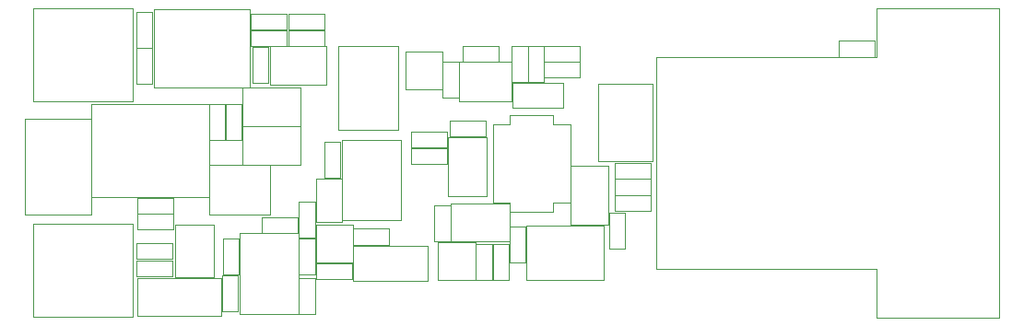
<source format=gbr>
G04 #@! TF.GenerationSoftware,KiCad,Pcbnew,9.0.0*
G04 #@! TF.CreationDate,2025-03-02T20:38:03-08:00*
G04 #@! TF.ProjectId,SuperPower-uC-KiCad,53757065-7250-46f7-9765-722d75432d4b,rev?*
G04 #@! TF.SameCoordinates,Original*
G04 #@! TF.FileFunction,Other,User*
%FSLAX46Y46*%
G04 Gerber Fmt 4.6, Leading zero omitted, Abs format (unit mm)*
G04 Created by KiCad (PCBNEW 9.0.0) date 2025-03-02 20:38:03*
%MOMM*%
%LPD*%
G01*
G04 APERTURE LIST*
%ADD10C,0.050000*%
G04 APERTURE END LIST*
D10*
X150622500Y-104147000D02*
X145922500Y-104147000D01*
X145922500Y-104147000D02*
X145922500Y-101847000D01*
X145922500Y-101847000D02*
X150622500Y-101847000D01*
X150622500Y-104147000D02*
X150622500Y-101847000D01*
X101135000Y-105185000D02*
X107235000Y-105185000D01*
X107235000Y-105185000D02*
X107235000Y-113985000D01*
X107235000Y-113985000D02*
X101135000Y-113985000D01*
X101135000Y-105185000D02*
X101135000Y-113985000D01*
X151251000Y-112889000D02*
X149701000Y-112889000D01*
X149701000Y-105689000D02*
X151251000Y-105689000D01*
X144151000Y-105689000D02*
X145701000Y-105689000D01*
X145701000Y-112889000D02*
X144151000Y-112889000D01*
X149701000Y-104839000D02*
X149701000Y-105689000D01*
X145701000Y-105689000D02*
X145701000Y-104839000D01*
X149701000Y-112889000D02*
X149701000Y-113739000D01*
X145701000Y-113739000D02*
X145701000Y-112889000D01*
X151251000Y-105689000D02*
X151251000Y-112889000D01*
X145701000Y-104839000D02*
X149701000Y-104839000D01*
X144151000Y-112889000D02*
X144151000Y-105689000D01*
X149701000Y-113739000D02*
X145701000Y-113739000D01*
X127945500Y-114692500D02*
X127945500Y-110692500D01*
X130245500Y-114692500D02*
X130245500Y-110692500D01*
X127945500Y-114692500D02*
X130245500Y-114692500D01*
X127945500Y-110692500D02*
X130245500Y-110692500D01*
X123681000Y-113996000D02*
X123681000Y-109396000D01*
X123681000Y-109396000D02*
X118081000Y-109396000D01*
X118081000Y-109396000D02*
X118081000Y-113996000D01*
X118081000Y-113996000D02*
X123681000Y-113996000D01*
X159172000Y-99479000D02*
X179392000Y-99479000D01*
X159172000Y-99479000D02*
X159172000Y-118979000D01*
X179392000Y-118979000D02*
X159172000Y-118979000D01*
X190672000Y-94979000D02*
X190672000Y-123479000D01*
X190672000Y-94979000D02*
X179392000Y-94979000D01*
X190672000Y-123479000D02*
X179392000Y-123479000D01*
X179392000Y-94979000D02*
X179392000Y-99479000D01*
X179392000Y-118979000D02*
X179392000Y-123479000D01*
X153837000Y-101987000D02*
X158837000Y-101987000D01*
X153837000Y-101987000D02*
X153837000Y-109087000D01*
X158837000Y-109087000D02*
X158837000Y-101987000D01*
X158837000Y-109087000D02*
X153837000Y-109087000D01*
X154299000Y-114975000D02*
X154299000Y-119975000D01*
X154299000Y-114975000D02*
X147199000Y-114975000D01*
X147199000Y-119975000D02*
X154299000Y-119975000D01*
X147199000Y-119975000D02*
X147199000Y-114975000D01*
X145863000Y-99929500D02*
X145863000Y-103529500D01*
X141063000Y-99929500D02*
X145863000Y-99929500D01*
X141063000Y-103529500D02*
X141063000Y-99929500D01*
X145863000Y-103529500D02*
X141063000Y-103529500D01*
X135465000Y-98453500D02*
X129965000Y-98453500D01*
X129965000Y-98453500D02*
X129965000Y-106153500D01*
X129965000Y-106153500D02*
X135465000Y-106153500D01*
X135465000Y-106153500D02*
X135465000Y-98453500D01*
X143548000Y-106877000D02*
X143548000Y-112277000D01*
X143548000Y-112277000D02*
X140048000Y-112277000D01*
X140048000Y-112277000D02*
X140048000Y-106877000D01*
X140048000Y-106877000D02*
X143548000Y-106877000D01*
X130269000Y-114506000D02*
X135669000Y-114506000D01*
X135669000Y-114506000D02*
X135669000Y-107106000D01*
X135669000Y-107106000D02*
X130269000Y-107106000D01*
X130269000Y-107106000D02*
X130269000Y-114506000D01*
X121773000Y-95079000D02*
X112973000Y-95079000D01*
X121773000Y-102279000D02*
X121773000Y-95079000D01*
X112973000Y-102279000D02*
X121773000Y-102279000D01*
X112973000Y-95079000D02*
X112973000Y-102279000D01*
X107249000Y-112377000D02*
X118049000Y-112377000D01*
X118049000Y-112377000D02*
X118049000Y-103777000D01*
X118049000Y-103777000D02*
X107249000Y-103777000D01*
X107249000Y-103777000D02*
X107249000Y-112377000D01*
X126271000Y-115701500D02*
X120871000Y-115701500D01*
X120871000Y-115701500D02*
X120871000Y-123101500D01*
X120871000Y-123101500D02*
X126271000Y-123101500D01*
X126271000Y-123101500D02*
X126271000Y-115701500D01*
X123638000Y-98516500D02*
X123638000Y-102016500D01*
X123638000Y-102016500D02*
X128838000Y-102016500D01*
X128838000Y-102016500D02*
X128838000Y-98516500D01*
X128838000Y-98516500D02*
X123638000Y-98516500D01*
X119224500Y-123289000D02*
X119224500Y-119789000D01*
X119224500Y-119789000D02*
X111524500Y-119789000D01*
X111524500Y-119789000D02*
X111524500Y-123289000D01*
X111524500Y-123289000D02*
X119224500Y-123289000D01*
X118515500Y-119731500D02*
X114915500Y-119731500D01*
X118515500Y-114931500D02*
X118515500Y-119731500D01*
X114915500Y-114931500D02*
X118515500Y-114931500D01*
X114915500Y-119731500D02*
X114915500Y-114931500D01*
X111366000Y-119665500D02*
X111366000Y-118205500D01*
X111366000Y-118205500D02*
X114666000Y-118205500D01*
X114666000Y-118205500D02*
X114666000Y-119665500D01*
X114666000Y-119665500D02*
X111366000Y-119665500D01*
X141001500Y-103236000D02*
X139541500Y-103236000D01*
X139541500Y-103236000D02*
X139541500Y-99936000D01*
X139541500Y-99936000D02*
X141001500Y-99936000D01*
X141001500Y-99936000D02*
X141001500Y-103236000D01*
X148812000Y-101789000D02*
X147352000Y-101789000D01*
X147352000Y-101789000D02*
X147352000Y-98489000D01*
X147352000Y-98489000D02*
X148812000Y-98489000D01*
X148812000Y-98489000D02*
X148812000Y-101789000D01*
X145891500Y-98489000D02*
X147351500Y-98489000D01*
X147351500Y-98489000D02*
X147351500Y-101789000D01*
X147351500Y-101789000D02*
X145891500Y-101789000D01*
X145891500Y-101789000D02*
X145891500Y-98489000D01*
X154845000Y-113793000D02*
X156305000Y-113793000D01*
X156305000Y-113793000D02*
X156305000Y-117093000D01*
X156305000Y-117093000D02*
X154845000Y-117093000D01*
X154845000Y-117093000D02*
X154845000Y-113793000D01*
X140239500Y-116458000D02*
X138779500Y-116458000D01*
X138779500Y-116458000D02*
X138779500Y-113158000D01*
X138779500Y-113158000D02*
X140239500Y-113158000D01*
X140239500Y-113158000D02*
X140239500Y-116458000D01*
X136653000Y-109315000D02*
X136653000Y-107855000D01*
X136653000Y-107855000D02*
X139953000Y-107855000D01*
X139953000Y-107855000D02*
X139953000Y-109315000D01*
X139953000Y-109315000D02*
X136653000Y-109315000D01*
X136653000Y-107791000D02*
X136653000Y-106331000D01*
X136653000Y-106331000D02*
X139953000Y-106331000D01*
X139953000Y-106331000D02*
X139953000Y-107791000D01*
X139953000Y-107791000D02*
X136653000Y-107791000D01*
X126333500Y-116142500D02*
X127793500Y-116142500D01*
X127793500Y-116142500D02*
X127793500Y-119442500D01*
X127793500Y-119442500D02*
X126333500Y-119442500D01*
X126333500Y-119442500D02*
X126333500Y-116142500D01*
X119538500Y-107074000D02*
X118078500Y-107074000D01*
X118078500Y-107074000D02*
X118078500Y-103774000D01*
X118078500Y-103774000D02*
X119538500Y-103774000D01*
X119538500Y-103774000D02*
X119538500Y-107074000D01*
X119602500Y-103774000D02*
X121062500Y-103774000D01*
X121062500Y-103774000D02*
X121062500Y-107074000D01*
X121062500Y-107074000D02*
X119602500Y-107074000D01*
X119602500Y-107074000D02*
X119602500Y-103774000D01*
X134633000Y-115284500D02*
X134633000Y-116744500D01*
X134633000Y-116744500D02*
X131333000Y-116744500D01*
X131333000Y-116744500D02*
X131333000Y-115284500D01*
X131333000Y-115284500D02*
X134633000Y-115284500D01*
X126333500Y-119811500D02*
X127793500Y-119811500D01*
X127793500Y-119811500D02*
X127793500Y-123111500D01*
X127793500Y-123111500D02*
X126333500Y-123111500D01*
X126333500Y-123111500D02*
X126333500Y-119811500D01*
X122951000Y-115665000D02*
X122951000Y-114205000D01*
X122951000Y-114205000D02*
X126251000Y-114205000D01*
X126251000Y-114205000D02*
X126251000Y-115665000D01*
X126251000Y-115665000D02*
X122951000Y-115665000D01*
X128636000Y-95536000D02*
X128636000Y-96996000D01*
X128636000Y-96996000D02*
X125336000Y-96996000D01*
X125336000Y-96996000D02*
X125336000Y-95536000D01*
X125336000Y-95536000D02*
X128636000Y-95536000D01*
X128636000Y-97010000D02*
X128636000Y-98470000D01*
X128636000Y-98470000D02*
X125336000Y-98470000D01*
X125336000Y-98470000D02*
X125336000Y-97010000D01*
X125336000Y-97010000D02*
X128636000Y-97010000D01*
X119285000Y-119522000D02*
X120745000Y-119522000D01*
X120745000Y-119522000D02*
X120745000Y-122822000D01*
X120745000Y-122822000D02*
X119285000Y-122822000D01*
X119285000Y-122822000D02*
X119285000Y-119522000D01*
X142527000Y-119987000D02*
X139127000Y-119987000D01*
X139127000Y-119987000D02*
X139127000Y-116487000D01*
X139127000Y-116487000D02*
X142527000Y-116487000D01*
X142527000Y-116487000D02*
X142527000Y-119987000D01*
X140278000Y-112933500D02*
X145678000Y-112933500D01*
X145678000Y-112933500D02*
X145678000Y-116433500D01*
X145678000Y-116433500D02*
X140278000Y-116433500D01*
X140278000Y-116433500D02*
X140278000Y-112933500D01*
X151282500Y-114928500D02*
X151282500Y-109528500D01*
X151282500Y-109528500D02*
X154782500Y-109528500D01*
X154782500Y-109528500D02*
X154782500Y-114928500D01*
X154782500Y-114928500D02*
X151282500Y-114928500D01*
X121101000Y-105882500D02*
X126501000Y-105882500D01*
X126501000Y-105882500D02*
X126501000Y-109382500D01*
X126501000Y-109382500D02*
X121101000Y-109382500D01*
X121101000Y-109382500D02*
X121101000Y-105882500D01*
X121101000Y-102329000D02*
X126501000Y-102329000D01*
X126501000Y-102329000D02*
X126501000Y-105829000D01*
X126501000Y-105829000D02*
X121101000Y-105829000D01*
X121101000Y-105829000D02*
X121101000Y-102329000D01*
X131319500Y-118397000D02*
X127919500Y-118397000D01*
X127919500Y-118397000D02*
X127919500Y-114897000D01*
X127919500Y-114897000D02*
X131319500Y-114897000D01*
X131319500Y-114897000D02*
X131319500Y-118397000D01*
X136111000Y-98961000D02*
X139511000Y-98961000D01*
X139511000Y-98961000D02*
X139511000Y-102461000D01*
X139511000Y-102461000D02*
X136111000Y-102461000D01*
X136111000Y-102461000D02*
X136111000Y-98961000D01*
X101893000Y-103534000D02*
X111093000Y-103534000D01*
X111093000Y-103534000D02*
X111093000Y-95034000D01*
X111093000Y-95034000D02*
X101893000Y-95034000D01*
X101893000Y-95034000D02*
X101893000Y-103534000D01*
X125235000Y-97010000D02*
X125235000Y-98470000D01*
X125235000Y-98470000D02*
X121935000Y-98470000D01*
X121935000Y-98470000D02*
X121935000Y-97010000D01*
X121935000Y-97010000D02*
X125235000Y-97010000D01*
X101893000Y-123346000D02*
X111093000Y-123346000D01*
X111093000Y-123346000D02*
X111093000Y-114846000D01*
X111093000Y-114846000D02*
X101893000Y-114846000D01*
X101893000Y-114846000D02*
X101893000Y-123346000D01*
X131334000Y-116891000D02*
X138134000Y-116891000D01*
X138134000Y-116891000D02*
X138134000Y-120091000D01*
X138134000Y-120091000D02*
X131334000Y-120091000D01*
X131334000Y-120091000D02*
X131334000Y-116891000D01*
X127793500Y-116077000D02*
X126333500Y-116077000D01*
X126333500Y-116077000D02*
X126333500Y-112777000D01*
X126333500Y-112777000D02*
X127793500Y-112777000D01*
X127793500Y-112777000D02*
X127793500Y-116077000D01*
X112871000Y-101966000D02*
X111411000Y-101966000D01*
X111411000Y-101966000D02*
X111411000Y-98666000D01*
X111411000Y-98666000D02*
X112871000Y-98666000D01*
X112871000Y-98666000D02*
X112871000Y-101966000D01*
X179182000Y-98012500D02*
X179182000Y-99472500D01*
X179182000Y-99472500D02*
X175882000Y-99472500D01*
X175882000Y-99472500D02*
X175882000Y-98012500D01*
X175882000Y-98012500D02*
X179182000Y-98012500D01*
X121935000Y-96996000D02*
X121935000Y-95536000D01*
X121935000Y-95536000D02*
X125235000Y-95536000D01*
X125235000Y-95536000D02*
X125235000Y-96996000D01*
X125235000Y-96996000D02*
X121935000Y-96996000D01*
X158636000Y-112173000D02*
X158636000Y-113633000D01*
X158636000Y-113633000D02*
X155336000Y-113633000D01*
X155336000Y-113633000D02*
X155336000Y-112173000D01*
X155336000Y-112173000D02*
X158636000Y-112173000D01*
X152131000Y-98457000D02*
X152131000Y-99917000D01*
X152131000Y-99917000D02*
X148831000Y-99917000D01*
X148831000Y-99917000D02*
X148831000Y-98457000D01*
X148831000Y-98457000D02*
X152131000Y-98457000D01*
X144049500Y-119964500D02*
X142589500Y-119964500D01*
X142589500Y-119964500D02*
X142589500Y-116664500D01*
X142589500Y-116664500D02*
X144049500Y-116664500D01*
X144049500Y-116664500D02*
X144049500Y-119964500D01*
X155322000Y-110662000D02*
X155322000Y-109202000D01*
X155322000Y-109202000D02*
X158622000Y-109202000D01*
X158622000Y-109202000D02*
X158622000Y-110662000D01*
X158622000Y-110662000D02*
X155322000Y-110662000D01*
X145701000Y-115077000D02*
X147161000Y-115077000D01*
X147161000Y-115077000D02*
X147161000Y-118377000D01*
X147161000Y-118377000D02*
X145701000Y-118377000D01*
X145701000Y-118377000D02*
X145701000Y-115077000D01*
X141401500Y-99917000D02*
X141401500Y-98457000D01*
X141401500Y-98457000D02*
X144701500Y-98457000D01*
X144701500Y-98457000D02*
X144701500Y-99917000D01*
X144701500Y-99917000D02*
X141401500Y-99917000D01*
X152131000Y-99931000D02*
X152131000Y-101391000D01*
X152131000Y-101391000D02*
X148831000Y-101391000D01*
X148831000Y-101391000D02*
X148831000Y-99931000D01*
X148831000Y-99931000D02*
X152131000Y-99931000D01*
X158636000Y-110712500D02*
X158636000Y-112172500D01*
X158636000Y-112172500D02*
X155336000Y-112172500D01*
X155336000Y-112172500D02*
X155336000Y-110712500D01*
X155336000Y-110712500D02*
X158636000Y-110712500D01*
X145637000Y-119964500D02*
X144177000Y-119964500D01*
X144177000Y-119964500D02*
X144177000Y-116664500D01*
X144177000Y-116664500D02*
X145637000Y-116664500D01*
X145637000Y-116664500D02*
X145637000Y-119964500D01*
X143495000Y-105315000D02*
X143495000Y-106775000D01*
X143495000Y-106775000D02*
X140195000Y-106775000D01*
X140195000Y-106775000D02*
X140195000Y-105315000D01*
X140195000Y-105315000D02*
X143495000Y-105315000D01*
X130143000Y-110602000D02*
X128683000Y-110602000D01*
X128683000Y-110602000D02*
X128683000Y-107302000D01*
X128683000Y-107302000D02*
X130143000Y-107302000D01*
X130143000Y-107302000D02*
X130143000Y-110602000D01*
X114793000Y-113887500D02*
X114793000Y-115347500D01*
X114793000Y-115347500D02*
X111493000Y-115347500D01*
X111493000Y-115347500D02*
X111493000Y-113887500D01*
X111493000Y-113887500D02*
X114793000Y-113887500D01*
X114793000Y-112427000D02*
X114793000Y-113887000D01*
X114793000Y-113887000D02*
X111493000Y-113887000D01*
X111493000Y-113887000D02*
X111493000Y-112427000D01*
X111493000Y-112427000D02*
X114793000Y-112427000D01*
X111411000Y-95364000D02*
X112871000Y-95364000D01*
X112871000Y-95364000D02*
X112871000Y-98664000D01*
X112871000Y-98664000D02*
X111411000Y-98664000D01*
X111411000Y-98664000D02*
X111411000Y-95364000D01*
X127904000Y-119919500D02*
X127904000Y-118459500D01*
X127904000Y-118459500D02*
X131204000Y-118459500D01*
X131204000Y-118459500D02*
X131204000Y-119919500D01*
X131204000Y-119919500D02*
X127904000Y-119919500D01*
X119348500Y-116142500D02*
X120808500Y-116142500D01*
X120808500Y-116142500D02*
X120808500Y-119442500D01*
X120808500Y-119442500D02*
X119348500Y-119442500D01*
X119348500Y-119442500D02*
X119348500Y-116142500D01*
X122079000Y-98539000D02*
X123539000Y-98539000D01*
X123539000Y-98539000D02*
X123539000Y-101839000D01*
X123539000Y-101839000D02*
X122079000Y-101839000D01*
X122079000Y-101839000D02*
X122079000Y-98539000D01*
X111394000Y-118078000D02*
X111394000Y-116618000D01*
X111394000Y-116618000D02*
X114694000Y-116618000D01*
X114694000Y-116618000D02*
X114694000Y-118078000D01*
X114694000Y-118078000D02*
X111394000Y-118078000D01*
M02*

</source>
